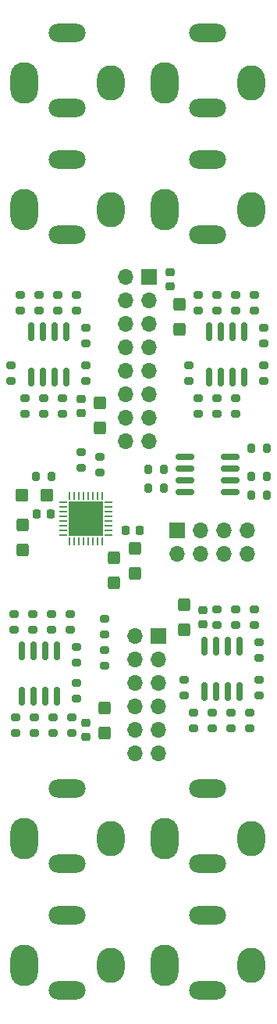
<source format=gbr>
%TF.GenerationSoftware,KiCad,Pcbnew,(6.0.5)*%
%TF.CreationDate,2022-06-21T23:16:54+02:00*%
%TF.ProjectId,eurorack-pmod-pcb,6575726f-7261-4636-9b2d-706d6f642d70,rev?*%
%TF.SameCoordinates,Original*%
%TF.FileFunction,Soldermask,Top*%
%TF.FilePolarity,Negative*%
%FSLAX46Y46*%
G04 Gerber Fmt 4.6, Leading zero omitted, Abs format (unit mm)*
G04 Created by KiCad (PCBNEW (6.0.5)) date 2022-06-21 23:16:54*
%MOMM*%
%LPD*%
G01*
G04 APERTURE LIST*
G04 Aperture macros list*
%AMRoundRect*
0 Rectangle with rounded corners*
0 $1 Rounding radius*
0 $2 $3 $4 $5 $6 $7 $8 $9 X,Y pos of 4 corners*
0 Add a 4 corners polygon primitive as box body*
4,1,4,$2,$3,$4,$5,$6,$7,$8,$9,$2,$3,0*
0 Add four circle primitives for the rounded corners*
1,1,$1+$1,$2,$3*
1,1,$1+$1,$4,$5*
1,1,$1+$1,$6,$7*
1,1,$1+$1,$8,$9*
0 Add four rect primitives between the rounded corners*
20,1,$1+$1,$2,$3,$4,$5,0*
20,1,$1+$1,$4,$5,$6,$7,0*
20,1,$1+$1,$6,$7,$8,$9,0*
20,1,$1+$1,$8,$9,$2,$3,0*%
G04 Aperture macros list end*
%ADD10RoundRect,0.200000X0.275000X-0.200000X0.275000X0.200000X-0.275000X0.200000X-0.275000X-0.200000X0*%
%ADD11RoundRect,0.200000X0.200000X0.275000X-0.200000X0.275000X-0.200000X-0.275000X0.200000X-0.275000X0*%
%ADD12RoundRect,0.200000X-0.275000X0.200000X-0.275000X-0.200000X0.275000X-0.200000X0.275000X0.200000X0*%
%ADD13O,3.000000X4.500000*%
%ADD14O,3.000000X3.800000*%
%ADD15O,4.000000X2.000000*%
%ADD16RoundRect,0.225000X-0.225000X-0.250000X0.225000X-0.250000X0.225000X0.250000X-0.225000X0.250000X0*%
%ADD17RoundRect,0.225000X-0.250000X0.225000X-0.250000X-0.225000X0.250000X-0.225000X0.250000X0.225000X0*%
%ADD18RoundRect,0.150000X0.150000X-0.825000X0.150000X0.825000X-0.150000X0.825000X-0.150000X-0.825000X0*%
%ADD19RoundRect,0.250000X-0.425000X0.450000X-0.425000X-0.450000X0.425000X-0.450000X0.425000X0.450000X0*%
%ADD20RoundRect,0.200000X-0.200000X-0.275000X0.200000X-0.275000X0.200000X0.275000X-0.200000X0.275000X0*%
%ADD21RoundRect,0.062500X-0.337500X-0.062500X0.337500X-0.062500X0.337500X0.062500X-0.337500X0.062500X0*%
%ADD22RoundRect,0.062500X-0.062500X-0.337500X0.062500X-0.337500X0.062500X0.337500X-0.062500X0.337500X0*%
%ADD23R,3.700000X3.700000*%
%ADD24RoundRect,0.225000X0.250000X-0.225000X0.250000X0.225000X-0.250000X0.225000X-0.250000X-0.225000X0*%
%ADD25RoundRect,0.250000X0.425000X-0.450000X0.425000X0.450000X-0.425000X0.450000X-0.425000X-0.450000X0*%
%ADD26RoundRect,0.225000X0.225000X0.250000X-0.225000X0.250000X-0.225000X-0.250000X0.225000X-0.250000X0*%
%ADD27RoundRect,0.250000X0.450000X0.425000X-0.450000X0.425000X-0.450000X-0.425000X0.450000X-0.425000X0*%
%ADD28RoundRect,0.150000X-0.825000X-0.150000X0.825000X-0.150000X0.825000X0.150000X-0.825000X0.150000X0*%
%ADD29R,1.700000X1.700000*%
%ADD30O,1.700000X1.700000*%
G04 APERTURE END LIST*
D10*
%TO.C,R29*%
X2032000Y-32321000D03*
X2032000Y-30671000D03*
%TD*%
D11*
%TO.C,R6*%
X17589000Y-49530000D03*
X15939000Y-49530000D03*
%TD*%
D12*
%TO.C,R17*%
X23368000Y-30671000D03*
X23368000Y-32321000D03*
%TD*%
D10*
%TO.C,R42*%
X26924000Y-77533000D03*
X26924000Y-75883000D03*
%TD*%
%TO.C,R47*%
X27940000Y-69913000D03*
X27940000Y-68263000D03*
%TD*%
D12*
%TO.C,R45*%
X22860000Y-75883000D03*
X22860000Y-77533000D03*
%TD*%
D13*
%TO.C,J6*%
X2412000Y-21428000D03*
D14*
X11812000Y-21428000D03*
D15*
X7112000Y-16028000D03*
X7112000Y-24128000D03*
%TD*%
D12*
%TO.C,R34*%
X3556000Y-76391000D03*
X3556000Y-78041000D03*
%TD*%
D16*
%TO.C,C4*%
X13449000Y-56134000D03*
X14999000Y-56134000D03*
%TD*%
D12*
%TO.C,R30*%
X9144000Y-34227000D03*
X9144000Y-35877000D03*
%TD*%
D17*
%TO.C,C14*%
X8636000Y-41897000D03*
X8636000Y-43447000D03*
%TD*%
D12*
%TO.C,R39*%
X3365000Y-65215000D03*
X3365000Y-66865000D03*
%TD*%
D18*
%TO.C,U5*%
X3175000Y-39559000D03*
X4445000Y-39559000D03*
X5715000Y-39559000D03*
X6985000Y-39559000D03*
X6985000Y-34609000D03*
X5715000Y-34609000D03*
X4445000Y-34609000D03*
X3175000Y-34609000D03*
%TD*%
D11*
%TO.C,R5*%
X28765000Y-47244000D03*
X27115000Y-47244000D03*
%TD*%
D12*
%TO.C,R1*%
X11176000Y-65723000D03*
X11176000Y-67373000D03*
%TD*%
D19*
%TO.C,C10*%
X12192000Y-59102000D03*
X12192000Y-61802000D03*
%TD*%
D20*
%TO.C,R3*%
X15939000Y-51562000D03*
X17589000Y-51562000D03*
%TD*%
D10*
%TO.C,R11*%
X20320000Y-39941000D03*
X20320000Y-38291000D03*
%TD*%
D12*
%TO.C,R43*%
X20828000Y-75883000D03*
X20828000Y-77533000D03*
%TD*%
D10*
%TO.C,R48*%
X23368000Y-66357000D03*
X23368000Y-64707000D03*
%TD*%
D21*
%TO.C,U3*%
X6694000Y-53114000D03*
X6694000Y-53614000D03*
X6694000Y-54114000D03*
X6694000Y-54614000D03*
X6694000Y-55114000D03*
X6694000Y-55614000D03*
X6694000Y-56114000D03*
X6694000Y-56614000D03*
D22*
X7394000Y-57314000D03*
X7894000Y-57314000D03*
X8394000Y-57314000D03*
X8894000Y-57314000D03*
X9394000Y-57314000D03*
X9894000Y-57314000D03*
X10394000Y-57314000D03*
X10894000Y-57314000D03*
D21*
X11594000Y-56614000D03*
X11594000Y-56114000D03*
X11594000Y-55614000D03*
X11594000Y-55114000D03*
X11594000Y-54614000D03*
X11594000Y-54114000D03*
X11594000Y-53614000D03*
X11594000Y-53114000D03*
D22*
X10894000Y-52414000D03*
X10394000Y-52414000D03*
X9894000Y-52414000D03*
X9394000Y-52414000D03*
X8894000Y-52414000D03*
X8394000Y-52414000D03*
X7894000Y-52414000D03*
X7394000Y-52414000D03*
D23*
X9144000Y-54864000D03*
%TD*%
D24*
%TO.C,C16*%
X9144000Y-78499000D03*
X9144000Y-76949000D03*
%TD*%
D12*
%TO.C,R27*%
X4064000Y-30671000D03*
X4064000Y-32321000D03*
%TD*%
%TO.C,R25*%
X6604000Y-41847000D03*
X6604000Y-43497000D03*
%TD*%
D14*
%TO.C,J4*%
X27052000Y-21428000D03*
D13*
X17652000Y-21428000D03*
D15*
X22352000Y-16028000D03*
X22352000Y-24128000D03*
%TD*%
D14*
%TO.C,J11*%
X27052000Y-103216000D03*
D13*
X17652000Y-103216000D03*
D15*
X22352000Y-97816000D03*
X22352000Y-105916000D03*
%TD*%
D12*
%TO.C,R33*%
X1524000Y-76391000D03*
X1524000Y-78041000D03*
%TD*%
D13*
%TO.C,J9*%
X2412000Y-103216000D03*
D14*
X11812000Y-103216000D03*
D15*
X7112000Y-97816000D03*
X7112000Y-105916000D03*
%TD*%
D10*
%TO.C,R2*%
X11176000Y-70738000D03*
X11176000Y-69088000D03*
%TD*%
%TO.C,R49*%
X25400000Y-66357000D03*
X25400000Y-64707000D03*
%TD*%
D12*
%TO.C,R26*%
X8128000Y-30671000D03*
X8128000Y-32321000D03*
%TD*%
D10*
%TO.C,R22*%
X2540000Y-43497000D03*
X2540000Y-41847000D03*
%TD*%
D12*
%TO.C,R44*%
X19812000Y-72327000D03*
X19812000Y-73977000D03*
%TD*%
D20*
%TO.C,R7*%
X27115000Y-52324000D03*
X28765000Y-52324000D03*
%TD*%
D25*
%TO.C,C11*%
X19812000Y-66882000D03*
X19812000Y-64182000D03*
%TD*%
D12*
%TO.C,R18*%
X25400000Y-30671000D03*
X25400000Y-32321000D03*
%TD*%
D10*
%TO.C,R23*%
X4572000Y-43497000D03*
X4572000Y-41847000D03*
%TD*%
D18*
%TO.C,U4*%
X22479000Y-39559000D03*
X23749000Y-39559000D03*
X25019000Y-39559000D03*
X26289000Y-39559000D03*
X26289000Y-34609000D03*
X25019000Y-34609000D03*
X23749000Y-34609000D03*
X22479000Y-34609000D03*
%TD*%
D20*
%TO.C,R4*%
X27115000Y-50292000D03*
X28765000Y-50292000D03*
%TD*%
D19*
%TO.C,C13*%
X10668000Y-42338000D03*
X10668000Y-45038000D03*
%TD*%
D12*
%TO.C,R37*%
X7429000Y-65215000D03*
X7429000Y-66865000D03*
%TD*%
D25*
%TO.C,C15*%
X11176000Y-78058000D03*
X11176000Y-75358000D03*
%TD*%
D19*
%TO.C,C3*%
X14478000Y-58086000D03*
X14478000Y-60786000D03*
%TD*%
D26*
%TO.C,C6*%
X5347000Y-54356000D03*
X3797000Y-54356000D03*
%TD*%
D25*
%TO.C,C17*%
X19304000Y-34370000D03*
X19304000Y-31670000D03*
%TD*%
D27*
%TO.C,C5*%
X4906000Y-52324000D03*
X2206000Y-52324000D03*
%TD*%
D10*
%TO.C,R46*%
X27940000Y-73977000D03*
X27940000Y-72327000D03*
%TD*%
%TO.C,R10*%
X8636000Y-49339000D03*
X8636000Y-47689000D03*
%TD*%
D12*
%TO.C,R35*%
X5588000Y-76391000D03*
X5588000Y-78041000D03*
%TD*%
D17*
%TO.C,C18*%
X18288000Y-28181000D03*
X18288000Y-29731000D03*
%TD*%
D10*
%TO.C,R9*%
X10668000Y-49847000D03*
X10668000Y-48197000D03*
%TD*%
D18*
%TO.C,U7*%
X21971000Y-73595000D03*
X23241000Y-73595000D03*
X24511000Y-73595000D03*
X25781000Y-73595000D03*
X25781000Y-68645000D03*
X24511000Y-68645000D03*
X23241000Y-68645000D03*
X21971000Y-68645000D03*
%TD*%
D12*
%TO.C,R21*%
X9144000Y-38291000D03*
X9144000Y-39941000D03*
%TD*%
D24*
%TO.C,C12*%
X21844000Y-66307000D03*
X21844000Y-64757000D03*
%TD*%
D12*
%TO.C,R19*%
X21336000Y-30671000D03*
X21336000Y-32321000D03*
%TD*%
D13*
%TO.C,J10*%
X17652000Y-89500000D03*
D14*
X27052000Y-89500000D03*
D15*
X22352000Y-84100000D03*
X22352000Y-92200000D03*
%TD*%
D12*
%TO.C,R15*%
X25400000Y-41847000D03*
X25400000Y-43497000D03*
%TD*%
D13*
%TO.C,J8*%
X2412000Y-89500000D03*
D14*
X11812000Y-89500000D03*
D15*
X7112000Y-84100000D03*
X7112000Y-92200000D03*
%TD*%
D28*
%TO.C,U2*%
X19877000Y-48133000D03*
X19877000Y-49403000D03*
X19877000Y-50673000D03*
X19877000Y-51943000D03*
X24827000Y-51943000D03*
X24827000Y-50673000D03*
X24827000Y-49403000D03*
X24827000Y-48133000D03*
%TD*%
D12*
%TO.C,R20*%
X28448000Y-34227000D03*
X28448000Y-35877000D03*
%TD*%
D10*
%TO.C,R24*%
X1016000Y-39941000D03*
X1016000Y-38291000D03*
%TD*%
D12*
%TO.C,R28*%
X6096000Y-30671000D03*
X6096000Y-32321000D03*
%TD*%
%TO.C,R31*%
X8128000Y-72644000D03*
X8128000Y-74294000D03*
%TD*%
D10*
%TO.C,R13*%
X28448000Y-39941000D03*
X28448000Y-38291000D03*
%TD*%
D12*
%TO.C,R32*%
X7620000Y-76391000D03*
X7620000Y-78041000D03*
%TD*%
D14*
%TO.C,J5*%
X27052000Y-7712000D03*
D13*
X17652000Y-7712000D03*
D15*
X22352000Y-2312000D03*
X22352000Y-10412000D03*
%TD*%
D18*
%TO.C,U6*%
X2159000Y-74103000D03*
X3429000Y-74103000D03*
X4699000Y-74103000D03*
X5969000Y-74103000D03*
X5969000Y-69153000D03*
X4699000Y-69153000D03*
X3429000Y-69153000D03*
X2159000Y-69153000D03*
%TD*%
D14*
%TO.C,J7*%
X11812000Y-7712000D03*
D13*
X2412000Y-7712000D03*
D15*
X7112000Y-2312000D03*
X7112000Y-10412000D03*
%TD*%
D10*
%TO.C,R36*%
X8128000Y-70421000D03*
X8128000Y-68771000D03*
%TD*%
D12*
%TO.C,R12*%
X23368000Y-41847000D03*
X23368000Y-43497000D03*
%TD*%
D11*
%TO.C,R8*%
X5397000Y-50292000D03*
X3747000Y-50292000D03*
%TD*%
D10*
%TO.C,R41*%
X24892000Y-77533000D03*
X24892000Y-75883000D03*
%TD*%
D12*
%TO.C,R14*%
X21336000Y-41847000D03*
X21336000Y-43497000D03*
%TD*%
%TO.C,R16*%
X27432000Y-30671000D03*
X27432000Y-32321000D03*
%TD*%
D10*
%TO.C,R40*%
X5397000Y-66865000D03*
X5397000Y-65215000D03*
%TD*%
D19*
%TO.C,C9*%
X2286000Y-55546000D03*
X2286000Y-58246000D03*
%TD*%
D10*
%TO.C,R38*%
X1333000Y-66865000D03*
X1333000Y-65215000D03*
%TD*%
%TO.C,R50*%
X27432000Y-66357000D03*
X27432000Y-64707000D03*
%TD*%
D29*
%TO.C,J3*%
X16007000Y-28717000D03*
D30*
X13467000Y-28717000D03*
X16007000Y-31257000D03*
X13467000Y-31257000D03*
X16007000Y-33797000D03*
X13467000Y-33797000D03*
X16007000Y-36337000D03*
X13467000Y-36337000D03*
X16007000Y-38877000D03*
X13467000Y-38877000D03*
X16007000Y-41417000D03*
X13467000Y-41417000D03*
X16007000Y-43957000D03*
X13467000Y-43957000D03*
X16007000Y-46497000D03*
X13467000Y-46497000D03*
%TD*%
D29*
%TO.C,J1*%
X19060000Y-56129000D03*
D30*
X19060000Y-58669000D03*
X21600000Y-56129000D03*
X21600000Y-58669000D03*
X24140000Y-56129000D03*
X24140000Y-58669000D03*
X26680000Y-56129000D03*
X26680000Y-58669000D03*
%TD*%
D29*
%TO.C,J2*%
X17023000Y-67564000D03*
D30*
X14483000Y-67564000D03*
X17023000Y-70104000D03*
X14483000Y-70104000D03*
X17023000Y-72644000D03*
X14483000Y-72644000D03*
X17023000Y-75184000D03*
X14483000Y-75184000D03*
X17023000Y-77724000D03*
X14483000Y-77724000D03*
X17023000Y-80264000D03*
X14483000Y-80264000D03*
%TD*%
M02*

</source>
